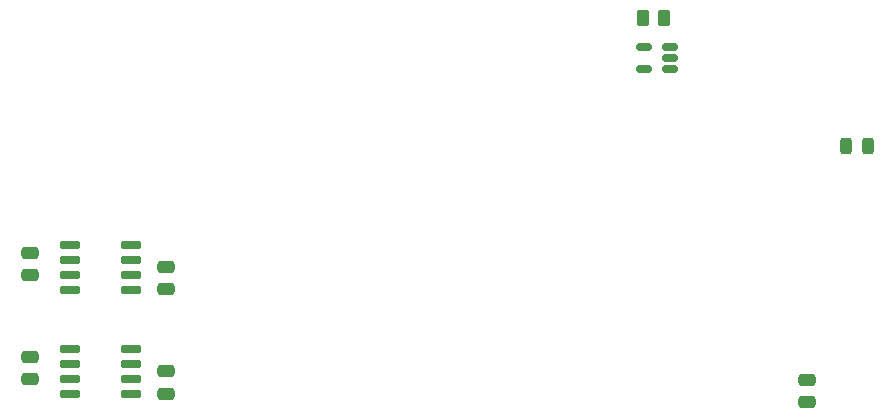
<source format=gbr>
%TF.GenerationSoftware,KiCad,Pcbnew,9.0.0*%
%TF.CreationDate,2025-04-09T14:41:31-04:00*%
%TF.ProjectId,PocketBeagle2_cape,506f636b-6574-4426-9561-676c65325f63,rev?*%
%TF.SameCoordinates,Original*%
%TF.FileFunction,Paste,Top*%
%TF.FilePolarity,Positive*%
%FSLAX46Y46*%
G04 Gerber Fmt 4.6, Leading zero omitted, Abs format (unit mm)*
G04 Created by KiCad (PCBNEW 9.0.0) date 2025-04-09 14:41:31*
%MOMM*%
%LPD*%
G01*
G04 APERTURE LIST*
G04 Aperture macros list*
%AMRoundRect*
0 Rectangle with rounded corners*
0 $1 Rounding radius*
0 $2 $3 $4 $5 $6 $7 $8 $9 X,Y pos of 4 corners*
0 Add a 4 corners polygon primitive as box body*
4,1,4,$2,$3,$4,$5,$6,$7,$8,$9,$2,$3,0*
0 Add four circle primitives for the rounded corners*
1,1,$1+$1,$2,$3*
1,1,$1+$1,$4,$5*
1,1,$1+$1,$6,$7*
1,1,$1+$1,$8,$9*
0 Add four rect primitives between the rounded corners*
20,1,$1+$1,$2,$3,$4,$5,0*
20,1,$1+$1,$4,$5,$6,$7,0*
20,1,$1+$1,$6,$7,$8,$9,0*
20,1,$1+$1,$8,$9,$2,$3,0*%
G04 Aperture macros list end*
%ADD10RoundRect,0.250000X0.475000X-0.250000X0.475000X0.250000X-0.475000X0.250000X-0.475000X-0.250000X0*%
%ADD11RoundRect,0.150000X-0.725000X-0.150000X0.725000X-0.150000X0.725000X0.150000X-0.725000X0.150000X0*%
%ADD12RoundRect,0.250000X-0.262500X-0.450000X0.262500X-0.450000X0.262500X0.450000X-0.262500X0.450000X0*%
%ADD13RoundRect,0.150000X0.512500X0.150000X-0.512500X0.150000X-0.512500X-0.150000X0.512500X-0.150000X0*%
%ADD14RoundRect,0.243750X0.243750X0.456250X-0.243750X0.456250X-0.243750X-0.456250X0.243750X-0.456250X0*%
G04 APERTURE END LIST*
D10*
%TO.C,C6*%
X175800000Y-115750000D03*
X175800000Y-113850000D03*
%TD*%
D11*
%TO.C,U2*%
X113425000Y-111245000D03*
X113425000Y-112515000D03*
X113425000Y-113785000D03*
X113425000Y-115055000D03*
X118575000Y-115055000D03*
X118575000Y-113785000D03*
X118575000Y-112515000D03*
X118575000Y-111245000D03*
%TD*%
D10*
%TO.C,C4*%
X110000000Y-113800000D03*
X110000000Y-111900000D03*
%TD*%
D12*
%TO.C,R1*%
X161887500Y-83200000D03*
X163712500Y-83200000D03*
%TD*%
D10*
%TO.C,C7*%
X121500000Y-106200000D03*
X121500000Y-104300000D03*
%TD*%
D11*
%TO.C,U3*%
X113425000Y-102445000D03*
X113425000Y-103715000D03*
X113425000Y-104985000D03*
X113425000Y-106255000D03*
X118575000Y-106255000D03*
X118575000Y-104985000D03*
X118575000Y-103715000D03*
X118575000Y-102445000D03*
%TD*%
D10*
%TO.C,C3*%
X110000000Y-105000000D03*
X110000000Y-103100000D03*
%TD*%
D13*
%TO.C,U4*%
X164237500Y-87550000D03*
X164237500Y-86600000D03*
X164237500Y-85650000D03*
X161962500Y-85650000D03*
X161962500Y-87550000D03*
%TD*%
D10*
%TO.C,C8*%
X121500000Y-115050000D03*
X121500000Y-113150000D03*
%TD*%
D14*
%TO.C,FB1*%
X180987500Y-94050000D03*
X179112500Y-94050000D03*
%TD*%
M02*

</source>
